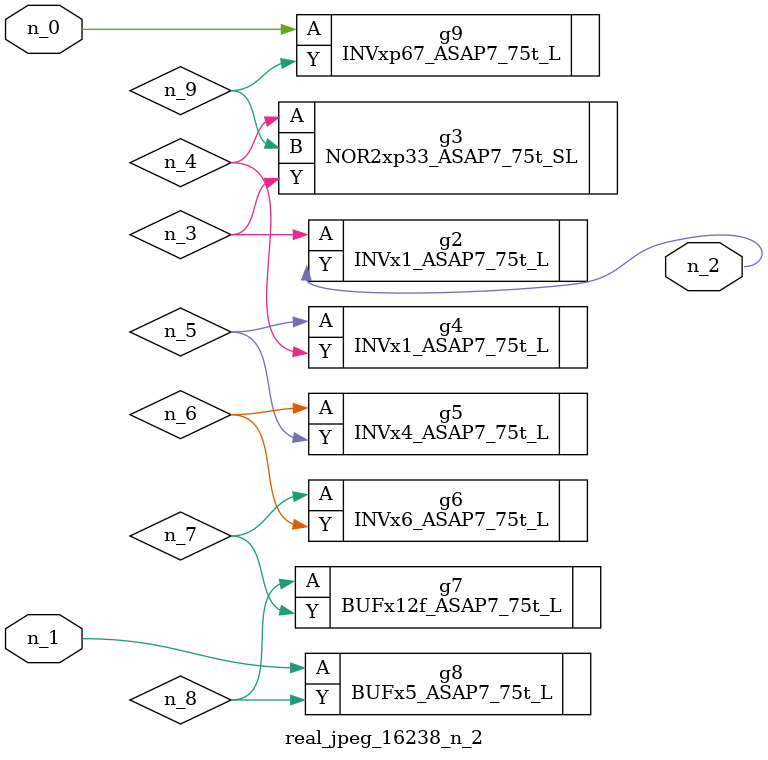
<source format=v>
module real_jpeg_16238_n_2 (n_1, n_0, n_2);

input n_1;
input n_0;

output n_2;

wire n_5;
wire n_4;
wire n_8;
wire n_6;
wire n_7;
wire n_3;
wire n_9;

INVxp67_ASAP7_75t_L g9 ( 
.A(n_0),
.Y(n_9)
);

BUFx5_ASAP7_75t_L g8 ( 
.A(n_1),
.Y(n_8)
);

INVx1_ASAP7_75t_L g2 ( 
.A(n_3),
.Y(n_2)
);

NOR2xp33_ASAP7_75t_SL g3 ( 
.A(n_4),
.B(n_9),
.Y(n_3)
);

INVx1_ASAP7_75t_L g4 ( 
.A(n_5),
.Y(n_4)
);

INVx4_ASAP7_75t_L g5 ( 
.A(n_6),
.Y(n_5)
);

INVx6_ASAP7_75t_L g6 ( 
.A(n_7),
.Y(n_6)
);

BUFx12f_ASAP7_75t_L g7 ( 
.A(n_8),
.Y(n_7)
);


endmodule
</source>
